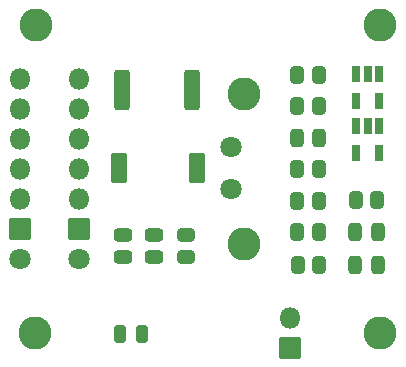
<source format=gts>
G04 #@! TF.GenerationSoftware,KiCad,Pcbnew,(6.0.0-0)*
G04 #@! TF.CreationDate,2023-05-30T22:12:00-07:00*
G04 #@! TF.ProjectId,breakout,62726561-6b6f-4757-942e-6b696361645f,0.2.0*
G04 #@! TF.SameCoordinates,Original*
G04 #@! TF.FileFunction,Soldermask,Top*
G04 #@! TF.FilePolarity,Negative*
%FSLAX46Y46*%
G04 Gerber Fmt 4.6, Leading zero omitted, Abs format (unit mm)*
G04 Created by KiCad (PCBNEW (6.0.0-0)) date 2023-05-30 22:12:00*
%MOMM*%
%LPD*%
G01*
G04 APERTURE LIST*
G04 Aperture macros list*
%AMRoundRect*
0 Rectangle with rounded corners*
0 $1 Rounding radius*
0 $2 $3 $4 $5 $6 $7 $8 $9 X,Y pos of 4 corners*
0 Add a 4 corners polygon primitive as box body*
4,1,4,$2,$3,$4,$5,$6,$7,$8,$9,$2,$3,0*
0 Add four circle primitives for the rounded corners*
1,1,$1+$1,$2,$3*
1,1,$1+$1,$4,$5*
1,1,$1+$1,$6,$7*
1,1,$1+$1,$8,$9*
0 Add four rect primitives between the rounded corners*
20,1,$1+$1,$2,$3,$4,$5,0*
20,1,$1+$1,$4,$5,$6,$7,0*
20,1,$1+$1,$6,$7,$8,$9,0*
20,1,$1+$1,$8,$9,$2,$3,0*%
G04 Aperture macros list end*
%ADD10RoundRect,0.300800X0.250000X0.475000X-0.250000X0.475000X-0.250000X-0.475000X0.250000X-0.475000X0*%
%ADD11C,2.801600*%
%ADD12RoundRect,0.294550X-0.243750X-0.456250X0.243750X-0.456250X0.243750X0.456250X-0.243750X0.456250X0*%
%ADD13RoundRect,0.300800X0.262500X0.450000X-0.262500X0.450000X-0.262500X-0.450000X0.262500X-0.450000X0*%
%ADD14RoundRect,0.200800X-0.150000X0.512500X-0.150000X-0.512500X0.150000X-0.512500X0.150000X0.512500X0*%
%ADD15C,1.801600*%
%ADD16RoundRect,0.300800X-0.450000X0.262500X-0.450000X-0.262500X0.450000X-0.262500X0.450000X0.262500X0*%
%ADD17RoundRect,0.300800X-0.475000X0.250000X-0.475000X-0.250000X0.475000X-0.250000X0.475000X0.250000X0*%
%ADD18RoundRect,0.300800X-0.262500X-0.450000X0.262500X-0.450000X0.262500X0.450000X-0.262500X0.450000X0*%
%ADD19RoundRect,0.050800X0.600000X-1.200000X0.600000X1.200000X-0.600000X1.200000X-0.600000X-1.200000X0*%
%ADD20RoundRect,0.050800X0.850000X0.850000X-0.850000X0.850000X-0.850000X-0.850000X0.850000X-0.850000X0*%
%ADD21O,1.801600X1.801600*%
%ADD22RoundRect,0.300800X-0.250000X-0.475000X0.250000X-0.475000X0.250000X0.475000X-0.250000X0.475000X0*%
%ADD23RoundRect,0.300800X0.362500X1.425000X-0.362500X1.425000X-0.362500X-1.425000X0.362500X-1.425000X0*%
G04 APERTURE END LIST*
D10*
X171850000Y-113000000D03*
X169950000Y-113000000D03*
D11*
X142900400Y-92710000D03*
D12*
X150062500Y-118800000D03*
X151937500Y-118800000D03*
D13*
X166897500Y-99528333D03*
X165072500Y-99528333D03*
D11*
X172085000Y-118745000D03*
D14*
X171950000Y-96862500D03*
X171000000Y-96862500D03*
X170050000Y-96862500D03*
X170050000Y-99137500D03*
X171950000Y-99137500D03*
D15*
X159425400Y-103041200D03*
X159425400Y-106541200D03*
D11*
X142875000Y-118745000D03*
X172085000Y-92710000D03*
D16*
X155600000Y-110487500D03*
X155600000Y-112312500D03*
D14*
X171950000Y-101262500D03*
X171000000Y-101262500D03*
X170050000Y-101262500D03*
X170050000Y-103537500D03*
X171950000Y-103537500D03*
D11*
X160502600Y-98501200D03*
D17*
X150300000Y-110450000D03*
X150300000Y-112350000D03*
D18*
X169987500Y-107500000D03*
X171812500Y-107500000D03*
D19*
X156545400Y-104791200D03*
X149945400Y-104791200D03*
D17*
X152900000Y-112350000D03*
X152900000Y-110450000D03*
D10*
X166935000Y-102209999D03*
X165035000Y-102209999D03*
D20*
X164440000Y-119995000D03*
D21*
X164440000Y-117455000D03*
D18*
X165072500Y-107543331D03*
X166897500Y-107543331D03*
X165072500Y-96876667D03*
X166897500Y-96876667D03*
D22*
X169950000Y-110200000D03*
X171850000Y-110200000D03*
D15*
X146545400Y-112491200D03*
D20*
X146545400Y-109951200D03*
D21*
X146545400Y-107411200D03*
X146545400Y-104871200D03*
X146545400Y-102331200D03*
X146545400Y-99791200D03*
X146545400Y-97251200D03*
D13*
X166912500Y-113000000D03*
X165087500Y-113000000D03*
D23*
X156107900Y-98191200D03*
X150182900Y-98191200D03*
D11*
X160528000Y-111226600D03*
D15*
X141605400Y-112471200D03*
D20*
X141605400Y-109931200D03*
D21*
X141605400Y-107391200D03*
X141605400Y-104851200D03*
X141605400Y-102311200D03*
X141605400Y-99771200D03*
X141605400Y-97231200D03*
D13*
X166897500Y-104891665D03*
X165072500Y-104891665D03*
D18*
X165072500Y-110194997D03*
X166897500Y-110194997D03*
M02*

</source>
